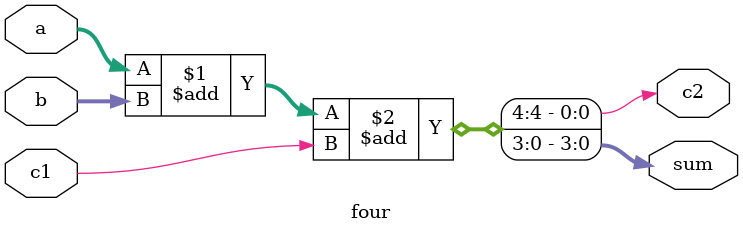
<source format=v>
`timescale 1ns / 1ps
module four(a, b, c1, sum, c2
    
	);
		
	input wire[3:0] a, b;
		
	input c1;//c1ÎªµÍÎ»¶þ½øÖÆÊýÏà¼ÓµÄ½øÎ»Êä³öµ½±¾Î»µÄÊäÈë

	output wire[3:0] sum;
		
	output 	c2;//c2Î»a£¬b£¬c1Ïà¼ÓÏñ¸ßÎ»µÄ½øÎ»Êä³ö
		
	assign {c2, sum} = a+b+c1;


endmodule


</source>
